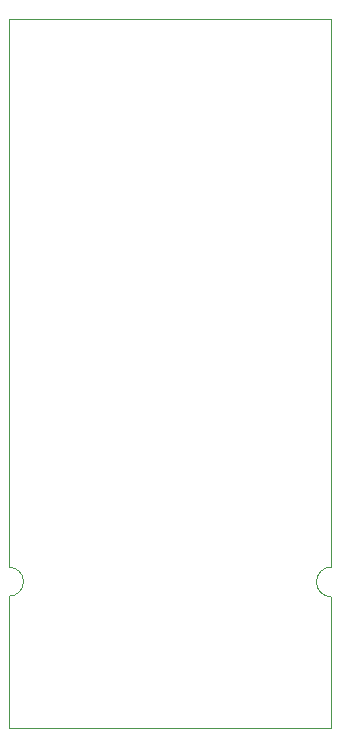
<source format=gm1>
G04 #@! TF.GenerationSoftware,KiCad,Pcbnew,8.0.1*
G04 #@! TF.CreationDate,2024-05-29T02:23:11-05:00*
G04 #@! TF.ProjectId,dsi_esp,6473695f-6573-4702-9e6b-696361645f70,1.0*
G04 #@! TF.SameCoordinates,Original*
G04 #@! TF.FileFunction,Profile,NP*
%FSLAX46Y46*%
G04 Gerber Fmt 4.6, Leading zero omitted, Abs format (unit mm)*
G04 Created by KiCad (PCBNEW 8.0.1) date 2024-05-29 02:23:11*
%MOMM*%
%LPD*%
G01*
G04 APERTURE LIST*
G04 #@! TA.AperFunction,Profile*
%ADD10C,0.120000*%
G04 #@! TD*
G04 APERTURE END LIST*
D10*
X143489999Y-86638899D02*
X143489999Y-69747899D01*
X116185784Y-86653087D02*
G75*
G02*
X116184999Y-89102701I19216J-1224813D01*
G01*
X143489913Y-89166899D02*
G75*
G02*
X143489999Y-86638902I-9913J1263999D01*
G01*
X116184999Y-89102699D02*
X116179999Y-100227899D01*
X143489999Y-100227899D02*
X143489913Y-89166900D01*
X116179999Y-100227899D02*
X143489999Y-100227899D01*
X116200000Y-40200000D02*
X116184999Y-69747899D01*
X116184999Y-69747899D02*
X116185784Y-86653086D01*
X143500000Y-40200000D02*
X116200000Y-40200000D01*
X143500000Y-40200000D02*
X143489999Y-69747899D01*
M02*

</source>
